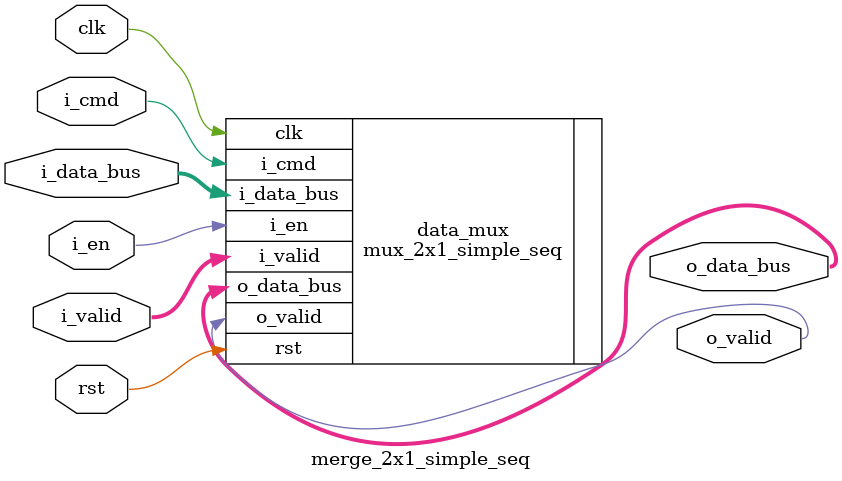
<source format=v>
`timescale 1ns / 1ps


module merge_2x1_simple_seq#(
	parameter DATA_WIDTH = 32,
	parameter COMMMAND_WIDTH = 1 // todo 
)(
    // timeing signals
    clk,
	rst,
	
    // data signals
	i_valid,        // valid input data signal
	i_data_bus,     // input data bus coming into distribute switch
	
	o_valid,        // output valid
    o_data_bus,     // output data 

	// control signals
	i_en,           // distribute switch enable
	i_cmd           // command 
);
	// interface
	input                       clk;
	input                       rst;
	
	input  [1:0]                i_valid;             
	input  [2*DATA_WIDTH-1:0]   i_data_bus;
	
	output                      o_valid;             
	output [DATA_WIDTH-1:0]     o_data_bus;
	    
	input                       i_en;
	input  [COMMMAND_WIDTH-1:0] i_cmd;
                                // 0 --> Branch Low
                                // 1 --> Branch High
	
	mux_2x1_simple_seq #(
		.DATA_WIDTH(DATA_WIDTH),
		.COMMMAND_WIDTH(COMMMAND_WIDTH)
	)data_mux(
		.clk(clk),
		.rst(rst),
		.i_valid(i_valid),
		.i_data_bus(i_data_bus),
		.o_valid(o_valid),
		.o_data_bus(o_data_bus),
		.i_en(i_en),
		.i_cmd(i_cmd)
	);


endmodule
</source>
